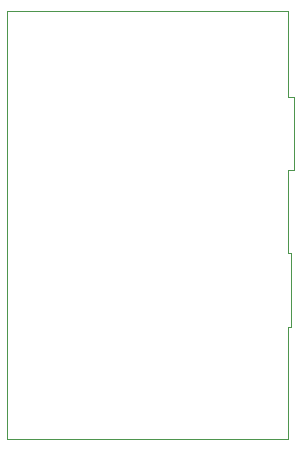
<source format=gm1>
G04 #@! TF.GenerationSoftware,KiCad,Pcbnew,(5.0.2)-1*
G04 #@! TF.CreationDate,2019-05-04T17:06:02+02:00*
G04 #@! TF.ProjectId,Cowbell_mini,436f7762-656c-46c5-9f6d-696e692e6b69,v0.4*
G04 #@! TF.SameCoordinates,Original*
G04 #@! TF.FileFunction,Profile,NP*
%FSLAX46Y46*%
G04 Gerber Fmt 4.6, Leading zero omitted, Abs format (unit mm)*
G04 Created by KiCad (PCBNEW (5.0.2)-1) date 5/4/2019 5:06:02 PM*
%MOMM*%
%LPD*%
G01*
G04 APERTURE LIST*
%ADD10C,0.025400*%
G04 APERTURE END LIST*
D10*
X138950000Y-35050000D02*
X138950000Y-27800000D01*
X138950000Y-35050000D02*
X139450000Y-35050000D01*
X139450000Y-41300000D02*
X139450000Y-35050000D01*
X138950000Y-48300000D02*
X138950000Y-41300000D01*
X139200000Y-48300000D02*
X138950000Y-48300000D01*
X139200000Y-54550000D02*
X139200000Y-48300000D01*
X138950000Y-54550000D02*
X139200000Y-54550000D01*
X138950000Y-41300000D02*
X139450000Y-41300000D01*
X115200000Y-27800000D02*
X115200000Y-64050000D01*
X138950000Y-27800000D02*
X115200000Y-27800000D01*
X138950000Y-64050000D02*
X138950000Y-54550000D01*
X115200000Y-64050000D02*
X138950000Y-64050000D01*
M02*

</source>
